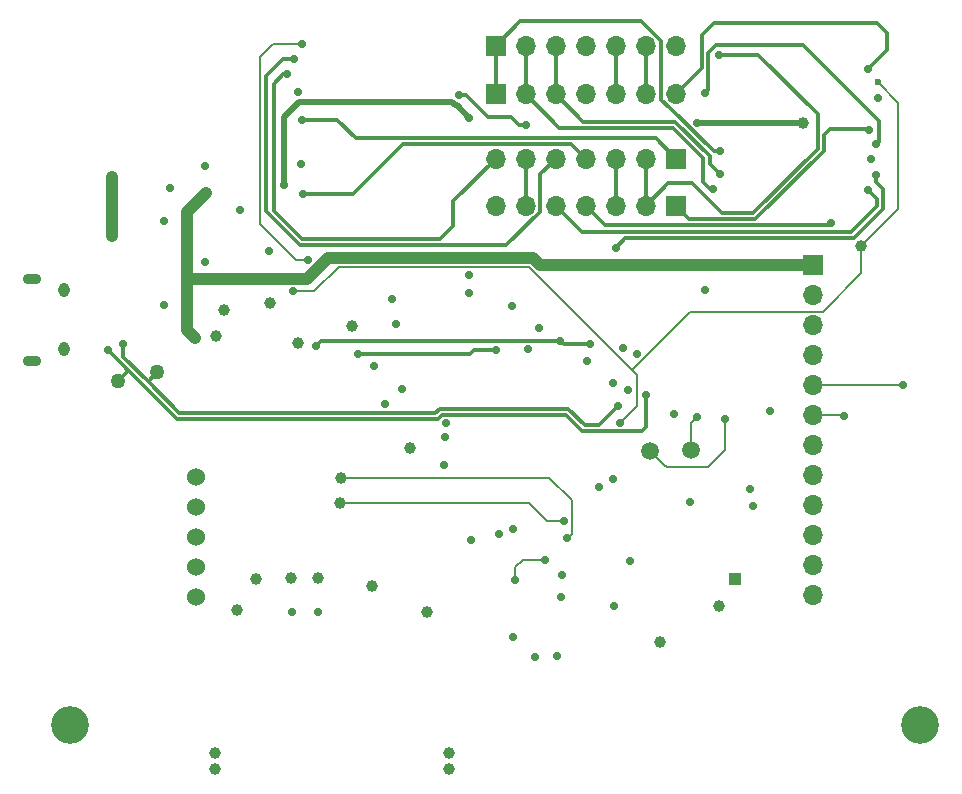
<source format=gbr>
%TF.GenerationSoftware,KiCad,Pcbnew,8.0.5*%
%TF.CreationDate,2024-11-04T18:47:41-08:00*%
%TF.ProjectId,digitalclock,64696769-7461-46c6-936c-6f636b2e6b69,rev?*%
%TF.SameCoordinates,Original*%
%TF.FileFunction,Copper,L4,Bot*%
%TF.FilePolarity,Positive*%
%FSLAX46Y46*%
G04 Gerber Fmt 4.6, Leading zero omitted, Abs format (unit mm)*
G04 Created by KiCad (PCBNEW 8.0.5) date 2024-11-04 18:47:41*
%MOMM*%
%LPD*%
G01*
G04 APERTURE LIST*
G04 Aperture macros list*
%AMRoundRect*
0 Rectangle with rounded corners*
0 $1 Rounding radius*
0 $2 $3 $4 $5 $6 $7 $8 $9 X,Y pos of 4 corners*
0 Add a 4 corners polygon primitive as box body*
4,1,4,$2,$3,$4,$5,$6,$7,$8,$9,$2,$3,0*
0 Add four circle primitives for the rounded corners*
1,1,$1+$1,$2,$3*
1,1,$1+$1,$4,$5*
1,1,$1+$1,$6,$7*
1,1,$1+$1,$8,$9*
0 Add four rect primitives between the rounded corners*
20,1,$1+$1,$2,$3,$4,$5,0*
20,1,$1+$1,$4,$5,$6,$7,0*
20,1,$1+$1,$6,$7,$8,$9,0*
20,1,$1+$1,$8,$9,$2,$3,0*%
G04 Aperture macros list end*
%TA.AperFunction,ComponentPad*%
%ADD10C,1.524000*%
%TD*%
%TA.AperFunction,ComponentPad*%
%ADD11R,1.000000X1.000000*%
%TD*%
%TA.AperFunction,ComponentPad*%
%ADD12C,3.200000*%
%TD*%
%TA.AperFunction,ComponentPad*%
%ADD13R,1.700000X1.700000*%
%TD*%
%TA.AperFunction,ComponentPad*%
%ADD14O,1.700000X1.700000*%
%TD*%
%TA.AperFunction,ComponentPad*%
%ADD15O,1.550000X0.890000*%
%TD*%
%TA.AperFunction,ComponentPad*%
%ADD16O,0.950000X1.250000*%
%TD*%
%TA.AperFunction,SMDPad,CuDef*%
%ADD17RoundRect,0.635000X0.000010X0.000010X-0.000010X0.000010X-0.000010X-0.000010X0.000010X-0.000010X0*%
%TD*%
%TA.AperFunction,SMDPad,CuDef*%
%ADD18RoundRect,0.750000X-0.000010X-0.000010X0.000010X-0.000010X0.000010X0.000010X-0.000010X0.000010X0*%
%TD*%
%TA.AperFunction,ViaPad*%
%ADD19C,0.700000*%
%TD*%
%TA.AperFunction,ViaPad*%
%ADD20C,1.000000*%
%TD*%
%TA.AperFunction,ViaPad*%
%ADD21C,0.600000*%
%TD*%
%TA.AperFunction,Conductor*%
%ADD22C,0.500000*%
%TD*%
%TA.AperFunction,Conductor*%
%ADD23C,1.000000*%
%TD*%
%TA.AperFunction,Conductor*%
%ADD24C,0.300000*%
%TD*%
%TA.AperFunction,Conductor*%
%ADD25C,0.150000*%
%TD*%
G04 APERTURE END LIST*
D10*
%TO.P,J4,1,Pin_1*%
%TO.N,+3V3*%
X128440000Y-110280000D03*
%TO.P,J4,2,Pin_2*%
%TO.N,/Light Sensor/3Vo*%
X128440000Y-107740000D03*
%TO.P,J4,3,Pin_3*%
%TO.N,GND*%
X128440000Y-105200000D03*
%TO.P,J4,4,Pin_4*%
%TO.N,/SCL*%
X128440000Y-102660000D03*
%TO.P,J4,5,Pin_5*%
%TO.N,/SDA*%
X128440000Y-100120000D03*
%TD*%
D11*
%TO.P,TP1,1,1*%
%TO.N,Net-(R9-Pad2)*%
X174040800Y-108712000D03*
%TD*%
D12*
%TO.P,P$1,P$1*%
%TO.N,N/C*%
X117720000Y-121070000D03*
%TD*%
D13*
%TO.P,J6,1,Pin_1*%
%TO.N,/Display/RED_1*%
X169030000Y-73150000D03*
D14*
%TO.P,J6,2,Pin_2*%
%TO.N,/Display/A*%
X166490000Y-73150000D03*
%TO.P,J6,3,Pin_3*%
%TO.N,/Display/B*%
X163950000Y-73150000D03*
%TO.P,J6,4,Pin_4*%
%TO.N,/Display/GREEN_1*%
X161410000Y-73150000D03*
%TO.P,J6,5,Pin_5*%
%TO.N,/Display/BLUE_1*%
X158870000Y-73150000D03*
%TO.P,J6,6,Pin_6*%
%TO.N,/Display/C*%
X156330000Y-73150000D03*
%TO.P,J6,7,Pin_7*%
%TO.N,/Display/BLUE_2*%
X153790000Y-73150000D03*
%TD*%
D13*
%TO.P,J7,1,Pin_1*%
%TO.N,/Display/E*%
X153790000Y-67700000D03*
D14*
%TO.P,J7,2,Pin_2*%
%TO.N,/Display/D*%
X156330000Y-67700000D03*
%TO.P,J7,3,Pin_3*%
%TO.N,/Display/DP*%
X158870000Y-67700000D03*
%TO.P,J7,4,Pin_4*%
%TO.N,/Display/RED_4*%
X161410000Y-67700000D03*
%TO.P,J7,5,Pin_5*%
%TO.N,/Display/F*%
X163950000Y-67700000D03*
%TO.P,J7,6,Pin_6*%
%TO.N,/Display/G*%
X166490000Y-67700000D03*
%TO.P,J7,7,Pin_7*%
%TO.N,/Display/GREEN_4*%
X169030000Y-67700000D03*
%TD*%
D13*
%TO.P,J3,1,Pin_1*%
%TO.N,VBAT*%
X180650000Y-82170000D03*
D14*
%TO.P,J3,2,Pin_2*%
%TO.N,/Wi-Fi/3Vo*%
X180650000Y-84710000D03*
%TO.P,J3,3,Pin_3*%
%TO.N,GND*%
X180650000Y-87250000D03*
%TO.P,J3,4,Pin_4*%
%TO.N,/SCLK*%
X180650000Y-89790000D03*
%TO.P,J3,5,Pin_5*%
%TO.N,/MISO*%
X180650000Y-92330000D03*
%TO.P,J3,6,Pin_6*%
%TO.N,/MOSI*%
X180650000Y-94870000D03*
%TO.P,J3,7,Pin_7*%
%TO.N,/CS1*%
X180650000Y-97410000D03*
%TO.P,J3,8,Pin_8*%
%TO.N,/BUSY*%
X180650000Y-99950000D03*
%TO.P,J3,9,Pin_9*%
%TO.N,/~{WIFIRST}*%
X180650000Y-102490000D03*
%TO.P,J3,10,Pin_10*%
%TO.N,/Wi-Fi/GP0*%
X180650000Y-105030000D03*
%TO.P,J3,11,Pin_11*%
%TO.N,/Wi-Fi/RXI*%
X180650000Y-107570000D03*
%TO.P,J3,12,Pin_12*%
%TO.N,/Wi-Fi/TXO*%
X180650000Y-110110000D03*
%TD*%
D12*
%TO.P,P$2,P$1*%
%TO.N,N/C*%
X189720000Y-121070000D03*
%TD*%
D13*
%TO.P,J8,1,Pin_1*%
%TO.N,/Display/RED_3*%
X169030000Y-77150000D03*
D14*
%TO.P,J8,2,Pin_2*%
%TO.N,/Display/A*%
X166490000Y-77150000D03*
%TO.P,J8,3,Pin_3*%
%TO.N,/Display/B*%
X163950000Y-77150000D03*
%TO.P,J8,4,Pin_4*%
%TO.N,/Display/GREEN_3*%
X161410000Y-77150000D03*
%TO.P,J8,5,Pin_5*%
%TO.N,/Display/BLUE_3*%
X158870000Y-77150000D03*
%TO.P,J8,6,Pin_6*%
%TO.N,/Display/C*%
X156330000Y-77150000D03*
%TO.P,J8,7,Pin_7*%
%TO.N,/Display/BLUE_4*%
X153790000Y-77150000D03*
%TD*%
D15*
%TO.P,X2,6,Shield*%
%TO.N,GND*%
X114540000Y-83310000D03*
D16*
X117240000Y-84310000D03*
X117240000Y-89310000D03*
D15*
X114540000Y-90310000D03*
%TD*%
D13*
%TO.P,J5,1,Pin_1*%
%TO.N,/Display/E*%
X153790000Y-63600000D03*
D14*
%TO.P,J5,2,Pin_2*%
%TO.N,/Display/D*%
X156330000Y-63600000D03*
%TO.P,J5,3,Pin_3*%
%TO.N,/Display/DP*%
X158870000Y-63600000D03*
%TO.P,J5,4,Pin_4*%
%TO.N,/Display/RED_2*%
X161410000Y-63600000D03*
%TO.P,J5,5,Pin_5*%
%TO.N,/Display/F*%
X163950000Y-63600000D03*
%TO.P,J5,6,Pin_6*%
%TO.N,/Display/G*%
X166490000Y-63600000D03*
%TO.P,J5,7,Pin_7*%
%TO.N,/Display/GREEN_2*%
X169030000Y-63600000D03*
%TD*%
D17*
%TO.P,TP3,TP,TP*%
%TO.N,/D-*%
X125145800Y-91236800D03*
%TD*%
%TO.P,TP2,TP,TP*%
%TO.N,/D+*%
X121800000Y-91960000D03*
%TD*%
D18*
%TO.P,TP5,P$1,P$1*%
%TO.N,/SWDIO*%
X170350000Y-97800000D03*
%TD*%
%TO.P,TP4,P$1,P$1*%
%TO.N,/SWCLK*%
X166850000Y-97950000D03*
%TD*%
D19*
%TO.N,GND*%
X132160000Y-77510000D03*
X144450000Y-93900000D03*
X155250000Y-104475000D03*
X157140000Y-115390000D03*
X151500000Y-84500000D03*
D20*
X130030000Y-124800000D03*
X149850000Y-123500000D03*
D19*
X137050000Y-67500000D03*
X126250000Y-75660000D03*
X145000000Y-85000000D03*
X143500000Y-90750000D03*
X125700000Y-78400000D03*
D20*
X149840000Y-124850000D03*
D19*
X145350000Y-87150000D03*
X165180000Y-107220000D03*
X168925000Y-94750000D03*
X157500000Y-87500000D03*
D20*
X172679000Y-111000000D03*
D19*
X125700000Y-85540000D03*
X136550000Y-111550000D03*
X151700000Y-105450000D03*
X129200000Y-73750000D03*
D20*
X137050000Y-88750000D03*
X141650000Y-87350000D03*
D19*
X171500000Y-84250000D03*
X155150000Y-85650000D03*
X129150000Y-81900000D03*
D20*
X131875000Y-111375000D03*
D19*
X137270000Y-73630000D03*
X170250000Y-102250000D03*
D20*
X148000000Y-111500000D03*
D19*
X164991600Y-92764825D03*
X163830000Y-111000000D03*
X162500000Y-101000000D03*
D20*
X134700000Y-85400000D03*
D19*
X185535000Y-73215000D03*
D20*
X130015000Y-123500000D03*
D19*
X164612500Y-89200000D03*
X186166600Y-67982717D03*
D20*
X130150000Y-88150000D03*
D19*
X149550000Y-95525000D03*
D20*
X146550000Y-97650000D03*
D19*
X175350000Y-101150000D03*
D20*
%TO.N,VBAT*%
X179850000Y-70100000D03*
X129300000Y-76050000D03*
D19*
X151575000Y-69675000D03*
X135850000Y-75350000D03*
D20*
X128300000Y-88350000D03*
D19*
X170817081Y-70132919D03*
%TO.N,/~{RST}*%
X161766942Y-88866942D03*
X159280000Y-88580000D03*
X138560000Y-89030000D03*
%TO.N,+3V3*%
X149500000Y-96750000D03*
X159405000Y-108375000D03*
X154114142Y-104948869D03*
X163750000Y-92125000D03*
X177000000Y-94500000D03*
X145862000Y-92634000D03*
D20*
X138750000Y-108650000D03*
X136500000Y-108650000D03*
D19*
X138750000Y-111500000D03*
X155250000Y-113675000D03*
X163750000Y-100250000D03*
X161500000Y-90318750D03*
X159330000Y-110250000D03*
D20*
X130800000Y-85990000D03*
X143350000Y-109350000D03*
D19*
X134600000Y-80950000D03*
D20*
X167690800Y-114089600D03*
D19*
X149450000Y-99100000D03*
X156500000Y-89300000D03*
X175600000Y-102600000D03*
X158980000Y-115300000D03*
X151495000Y-82995000D03*
X165790000Y-89710000D03*
D20*
X133477000Y-108712000D03*
%TO.N,VBUS*%
X121310000Y-74710000D03*
X121300000Y-79740000D03*
D19*
%TO.N,/SWDIO*%
X170810000Y-95040000D03*
%TO.N,/SWCLK*%
X173200000Y-95200000D03*
%TO.N,/MOSI*%
X183280000Y-94950000D03*
X137420000Y-63470000D03*
X137930000Y-81750000D03*
%TO.N,/MISO*%
X188320000Y-92320000D03*
%TO.N,/SDA*%
X159816800Y-105308400D03*
D20*
X140716000Y-100177600D03*
D19*
%TO.N,/SCL*%
X159600000Y-103850000D03*
D20*
X140614400Y-102311200D03*
D19*
%TO.N,/Display/E*%
X172750000Y-72550000D03*
%TO.N,/Display/D*%
X172200000Y-75755000D03*
%TO.N,/Display/DP*%
X172762500Y-74437500D03*
%TO.N,/Display/RED_1*%
X137425000Y-69850000D03*
%TO.N,/Display/C*%
X150650000Y-67800000D03*
X156400000Y-70300000D03*
%TO.N,/Display/BLUE_2*%
X136100000Y-66010000D03*
%TO.N,/Display/BLUE_1*%
X136750000Y-64740000D03*
%TO.N,/Display/GREEN_1*%
X137450000Y-76175000D03*
%TO.N,/Display/A*%
X172695000Y-64390000D03*
%TO.N,/Display/GREEN_4*%
X185300000Y-65595000D03*
%TO.N,/Display/RED_4*%
X186000000Y-71950000D03*
X171525000Y-67600000D03*
%TO.N,/Display/GREEN_3*%
X182150000Y-78600000D03*
%TO.N,/Display/BLUE_3*%
X185325000Y-75775000D03*
%TO.N,/Display/RED_3*%
X185375000Y-70700000D03*
%TO.N,/Display/BLUE_4*%
X163950000Y-80700000D03*
X186000000Y-74500000D03*
%TO.N,/CS*%
X157930000Y-107100000D03*
X155455000Y-108800000D03*
%TO.N,/MCU_OSC/V_DIV*%
X153800000Y-89350000D03*
X142150000Y-89700000D03*
%TO.N,/D+*%
X166490000Y-93200000D03*
X120940000Y-89330000D03*
%TO.N,/D-*%
X122230000Y-88890000D03*
X164149316Y-94099316D03*
D20*
%TO.N,/CS3*%
X184734200Y-80594200D03*
D19*
X164340000Y-95525000D03*
X136650000Y-84400000D03*
D21*
X186131200Y-66675000D03*
%TD*%
D22*
%TO.N,VBAT*%
X151575000Y-69675000D02*
X150500000Y-68600000D01*
D23*
X127650000Y-87700000D02*
X127650000Y-83350000D01*
D22*
X135850000Y-69650000D02*
X135850000Y-75350000D01*
X170817081Y-70132919D02*
X179817081Y-70132919D01*
D23*
X137814925Y-83350000D02*
X127650000Y-83350000D01*
D22*
X150500000Y-68600000D02*
X150318629Y-68600000D01*
X179817081Y-70132919D02*
X179850000Y-70100000D01*
D23*
X127650000Y-83350000D02*
X127650000Y-77700000D01*
X157516016Y-82170000D02*
X156921015Y-81574999D01*
X156921015Y-81574999D02*
X139589926Y-81574999D01*
D22*
X137100000Y-68400000D02*
X135850000Y-69650000D01*
D23*
X180650000Y-82170000D02*
X157516016Y-82170000D01*
X128300000Y-88350000D02*
X127650000Y-87700000D01*
X139589926Y-81574999D02*
X137814925Y-83350000D01*
D22*
X150118629Y-68400000D02*
X137100000Y-68400000D01*
D23*
X127650000Y-77700000D02*
X129300000Y-76050000D01*
D22*
X150318629Y-68600000D02*
X150118629Y-68400000D01*
D24*
%TO.N,/~{RST}*%
X159566942Y-88866942D02*
X159280000Y-88580000D01*
X161766942Y-88866942D02*
X159566942Y-88866942D01*
X159280000Y-88580000D02*
X159260000Y-88600000D01*
X138990000Y-88600000D02*
X138560000Y-89030000D01*
X159260000Y-88600000D02*
X138990000Y-88600000D01*
D22*
%TO.N,VBUS*%
X121310000Y-79730000D02*
X121300000Y-79740000D01*
D23*
X121310000Y-74710000D02*
X121310000Y-79730000D01*
D25*
%TO.N,/SWDIO*%
X170350000Y-95500000D02*
X170350000Y-97800000D01*
X170810000Y-95040000D02*
X170350000Y-95500000D01*
%TO.N,/SWCLK*%
X171750000Y-99300000D02*
X168300000Y-99300000D01*
X173200000Y-97850000D02*
X171750000Y-99300000D01*
X168200000Y-99200000D02*
X168100000Y-99200000D01*
X168100000Y-99200000D02*
X166850000Y-97950000D01*
X173200000Y-95200000D02*
X173200000Y-97850000D01*
X168300000Y-99300000D02*
X168200000Y-99200000D01*
%TO.N,/MOSI*%
X136910000Y-81750000D02*
X137930000Y-81750000D01*
X137420000Y-63470000D02*
X134980000Y-63470000D01*
X183280000Y-94950000D02*
X183185000Y-94855000D01*
X134980000Y-63470000D02*
X133870000Y-64580000D01*
X133870000Y-78670000D02*
X136910000Y-81710000D01*
X133870000Y-64580000D02*
X133870000Y-78670000D01*
X183185000Y-94855000D02*
X180655000Y-94855000D01*
X136910000Y-81710000D02*
X136910000Y-81750000D01*
%TO.N,/MISO*%
X188315000Y-92315000D02*
X180655000Y-92315000D01*
X188320000Y-92320000D02*
X188315000Y-92315000D01*
%TO.N,/SDA*%
X160225000Y-102075000D02*
X158327600Y-100177600D01*
X159816800Y-105308400D02*
X160225000Y-104900200D01*
X160225000Y-104900200D02*
X160225000Y-102075000D01*
X158327600Y-100177600D02*
X140716000Y-100177600D01*
%TO.N,/SCL*%
X156611200Y-102311200D02*
X140614400Y-102311200D01*
X159600000Y-103850000D02*
X158150000Y-103850000D01*
X158150000Y-103850000D02*
X156611200Y-102311200D01*
D24*
%TO.N,/Display/E*%
X153790000Y-63600000D02*
X153790000Y-67700000D01*
X166087057Y-61500000D02*
X155890000Y-61500000D01*
X168594212Y-68900000D02*
X168532943Y-68900000D01*
X167800000Y-63212943D02*
X166087057Y-61500000D01*
X172244212Y-72550000D02*
X168594212Y-68900000D01*
X168532943Y-68900000D02*
X167800000Y-68167057D01*
X167800000Y-68167057D02*
X167800000Y-63212943D01*
X155890000Y-61500000D02*
X153790000Y-63600000D01*
X172750000Y-72550000D02*
X172244212Y-72550000D01*
%TO.N,/Display/D*%
X159155000Y-70525000D02*
X156330000Y-67700000D01*
X168805000Y-70525000D02*
X159155000Y-70525000D01*
X156330000Y-63600000D02*
X156330000Y-67700000D01*
X171980000Y-75755000D02*
X171375000Y-75150000D01*
X171375000Y-73095000D02*
X168805000Y-70525000D01*
X171375000Y-75150000D02*
X171375000Y-73095000D01*
X172200000Y-75755000D02*
X171980000Y-75755000D01*
%TO.N,/Display/F*%
X163950000Y-63600000D02*
X163950000Y-67700000D01*
%TO.N,/Display/G*%
X166490000Y-63600000D02*
X166490000Y-67700000D01*
%TO.N,/Display/DP*%
X158870000Y-67700000D02*
X161195000Y-70025000D01*
X169012106Y-70025000D02*
X171900000Y-72912894D01*
X161195000Y-70025000D02*
X169012106Y-70025000D01*
X171900000Y-72912894D02*
X171900000Y-73575000D01*
X171900000Y-73575000D02*
X172762500Y-74437500D01*
X158870000Y-63600000D02*
X158870000Y-67700000D01*
%TO.N,/Display/RED_1*%
X142000000Y-71450000D02*
X140400000Y-69850000D01*
X167330000Y-71450000D02*
X142000000Y-71450000D01*
X169030000Y-73150000D02*
X167330000Y-71450000D01*
X140400000Y-69850000D02*
X137425000Y-69850000D01*
%TO.N,/Display/C*%
X155125000Y-69625000D02*
X153125000Y-69625000D01*
X151300000Y-67800000D02*
X150650000Y-67800000D01*
X156400000Y-70300000D02*
X155800000Y-70300000D01*
X155800000Y-70300000D02*
X155125000Y-69625000D01*
X156330000Y-73150000D02*
X156330000Y-77150000D01*
X153125000Y-69625000D02*
X151300000Y-67800000D01*
%TO.N,/Display/BLUE_2*%
X135000000Y-77575000D02*
X137425000Y-80000000D01*
X136100000Y-66010000D02*
X135790000Y-66010000D01*
X150200000Y-76740000D02*
X153790000Y-73150000D01*
X135000000Y-66800000D02*
X135000000Y-77575000D01*
X137425000Y-80000000D02*
X149050000Y-80000000D01*
X149050000Y-80000000D02*
X150200000Y-78850000D01*
X150200000Y-78850000D02*
X150200000Y-76740000D01*
X135790000Y-66010000D02*
X135000000Y-66800000D01*
%TO.N,/Display/BLUE_1*%
X154677057Y-80500000D02*
X157530000Y-77647057D01*
X157530000Y-77647057D02*
X157530000Y-74490000D01*
X157530000Y-74490000D02*
X158870000Y-73150000D01*
X136750000Y-64740000D02*
X135810000Y-64740000D01*
X137217894Y-80500000D02*
X154677057Y-80500000D01*
X134350000Y-66200000D02*
X134350000Y-77632106D01*
X135810000Y-64740000D02*
X134350000Y-66200000D01*
X134350000Y-77632106D02*
X137217894Y-80500000D01*
%TO.N,/Display/GREEN_1*%
X160210000Y-71950000D02*
X145925000Y-71950000D01*
X145925000Y-71950000D02*
X141700000Y-76175000D01*
X161410000Y-73150000D02*
X160210000Y-71950000D01*
X141700000Y-76175000D02*
X137450000Y-76175000D01*
%TO.N,/Display/A*%
X166490000Y-77150000D02*
X168415000Y-75225000D01*
X166490000Y-73150000D02*
X166490000Y-77150000D01*
X168415000Y-75225000D02*
X170450000Y-75225000D01*
X181050000Y-72300000D02*
X181050000Y-69395000D01*
X170450000Y-75225000D02*
X172975000Y-77750000D01*
X175600000Y-77750000D02*
X181050000Y-72300000D01*
X181050000Y-69395000D02*
X176045000Y-64390000D01*
X172975000Y-77750000D02*
X175600000Y-77750000D01*
X176045000Y-64390000D02*
X172695000Y-64390000D01*
%TO.N,/Display/B*%
X163950000Y-73150000D02*
X163950000Y-77150000D01*
%TO.N,/Display/GREEN_4*%
X171275000Y-65455000D02*
X169030000Y-67700000D01*
X186055000Y-61675000D02*
X172295000Y-61675000D01*
X186900000Y-63995000D02*
X186900000Y-62520000D01*
X186900000Y-62520000D02*
X186055000Y-61675000D01*
X171275000Y-62695000D02*
X171275000Y-65455000D01*
X185300000Y-65595000D02*
X186900000Y-63995000D01*
X172295000Y-61675000D02*
X171275000Y-62695000D01*
%TO.N,/Display/RED_4*%
X186225000Y-69975000D02*
X179825000Y-63575000D01*
X171800000Y-64200000D02*
X171800000Y-67325000D01*
X171800000Y-67325000D02*
X171525000Y-67600000D01*
X186000000Y-71950000D02*
X186225000Y-71725000D01*
X172425000Y-63575000D02*
X171800000Y-64200000D01*
X186225000Y-71725000D02*
X186225000Y-69975000D01*
X179825000Y-63575000D02*
X172425000Y-63575000D01*
%TO.N,/Display/GREEN_3*%
X181950000Y-78800000D02*
X163060000Y-78800000D01*
X163060000Y-78800000D02*
X161410000Y-77150000D01*
X182150000Y-78600000D02*
X181950000Y-78800000D01*
%TO.N,/Display/BLUE_3*%
X183895000Y-79405000D02*
X186100000Y-77200000D01*
X161125000Y-79405000D02*
X183895000Y-79405000D01*
X186100000Y-77200000D02*
X186100000Y-76550000D01*
X186100000Y-76550000D02*
X185325000Y-75775000D01*
X158870000Y-77150000D02*
X161125000Y-79405000D01*
%TO.N,/Display/RED_3*%
X181575000Y-71175000D02*
X182100000Y-70650000D01*
X170180000Y-78300000D02*
X175757106Y-78300000D01*
X169030000Y-77150000D02*
X170180000Y-78300000D01*
X182100000Y-70650000D02*
X185325000Y-70650000D01*
X185325000Y-70650000D02*
X185375000Y-70700000D01*
X181575000Y-72482106D02*
X181575000Y-71175000D01*
X175757106Y-78300000D02*
X181575000Y-72482106D01*
%TO.N,/Display/BLUE_4*%
X184102107Y-79905000D02*
X164745000Y-79905000D01*
X186000000Y-75100000D02*
X186600000Y-75700000D01*
X164745000Y-79905000D02*
X163950000Y-80700000D01*
X186600000Y-75700000D02*
X186600000Y-77407107D01*
X186600000Y-77407107D02*
X184102107Y-79905000D01*
X186000000Y-74500000D02*
X186000000Y-75100000D01*
D25*
%TO.N,/CS*%
X157930000Y-107100000D02*
X156100000Y-107100000D01*
X156100000Y-107100000D02*
X155455000Y-107745000D01*
X155455000Y-107745000D02*
X155455000Y-108800000D01*
D24*
%TO.N,/MCU_OSC/V_DIV*%
X151950000Y-89350000D02*
X153800000Y-89350000D01*
X151600000Y-89700000D02*
X151950000Y-89350000D01*
X142150000Y-89700000D02*
X151600000Y-89700000D01*
%TO.N,/D+*%
X148885850Y-95199200D02*
X126809200Y-95199200D01*
X122470000Y-90860000D02*
X122470000Y-90930000D01*
X166490000Y-93200000D02*
X166500000Y-93210000D01*
X166155000Y-96225000D02*
X161125000Y-96225000D01*
X122655000Y-91105000D02*
X121800000Y-91960000D01*
X166500000Y-93210000D02*
X166500000Y-95880000D01*
X126809200Y-95199200D02*
X122655000Y-91045000D01*
X161125000Y-96225000D02*
X159725000Y-94825000D01*
X149260050Y-94825000D02*
X148885850Y-95199200D01*
X166500000Y-95880000D02*
X166155000Y-96225000D01*
X122655000Y-91045000D02*
X122655000Y-91105000D01*
X120940000Y-89330000D02*
X122470000Y-90860000D01*
X159725000Y-94825000D02*
X149260050Y-94825000D01*
X122470000Y-90860000D02*
X122655000Y-91045000D01*
%TO.N,/D-*%
X159932107Y-94325000D02*
X161332107Y-95725000D01*
X161332107Y-95725000D02*
X162523632Y-95725000D01*
X127016306Y-94699200D02*
X148678744Y-94699200D01*
X124426053Y-91956547D02*
X124426053Y-92108947D01*
X125145800Y-91236800D02*
X124426053Y-91956547D01*
X148678744Y-94699200D02*
X149052944Y-94325000D01*
X122230000Y-89912894D02*
X124426053Y-92108947D01*
X149052944Y-94325000D02*
X159932107Y-94325000D01*
X124426053Y-92108947D02*
X127016306Y-94699200D01*
X122230000Y-88890000D02*
X122230000Y-89912894D01*
X162523632Y-95725000D02*
X164149316Y-94099316D01*
D25*
%TO.N,/CS3*%
X184734200Y-80543400D02*
X187870000Y-77407600D01*
X165750000Y-94115000D02*
X165750000Y-91500000D01*
X184734200Y-80594200D02*
X184759600Y-80619600D01*
X164340000Y-95525000D02*
X165750000Y-94115000D01*
X140500000Y-82350000D02*
X156600000Y-82350000D01*
X184790000Y-80650000D02*
X184734200Y-80594200D01*
X138450000Y-84400000D02*
X140500000Y-82350000D01*
X184734200Y-80594200D02*
X184734200Y-80543400D01*
X165333884Y-91050000D02*
X165300000Y-91050000D01*
X156600000Y-82350000D02*
X165300000Y-91050000D01*
X185050000Y-80650000D02*
X184790000Y-80650000D01*
X136650000Y-84400000D02*
X138450000Y-84400000D01*
X187870000Y-68413800D02*
X186131200Y-66675000D01*
X165750000Y-91500000D02*
X165300000Y-91050000D01*
X184759600Y-82840400D02*
X181475000Y-86125000D01*
X170258884Y-86125000D02*
X165333884Y-91050000D01*
X184759600Y-80619600D02*
X184759600Y-82840400D01*
X187870000Y-77407600D02*
X187870000Y-68413800D01*
X181475000Y-86125000D02*
X170258884Y-86125000D01*
%TD*%
M02*

</source>
